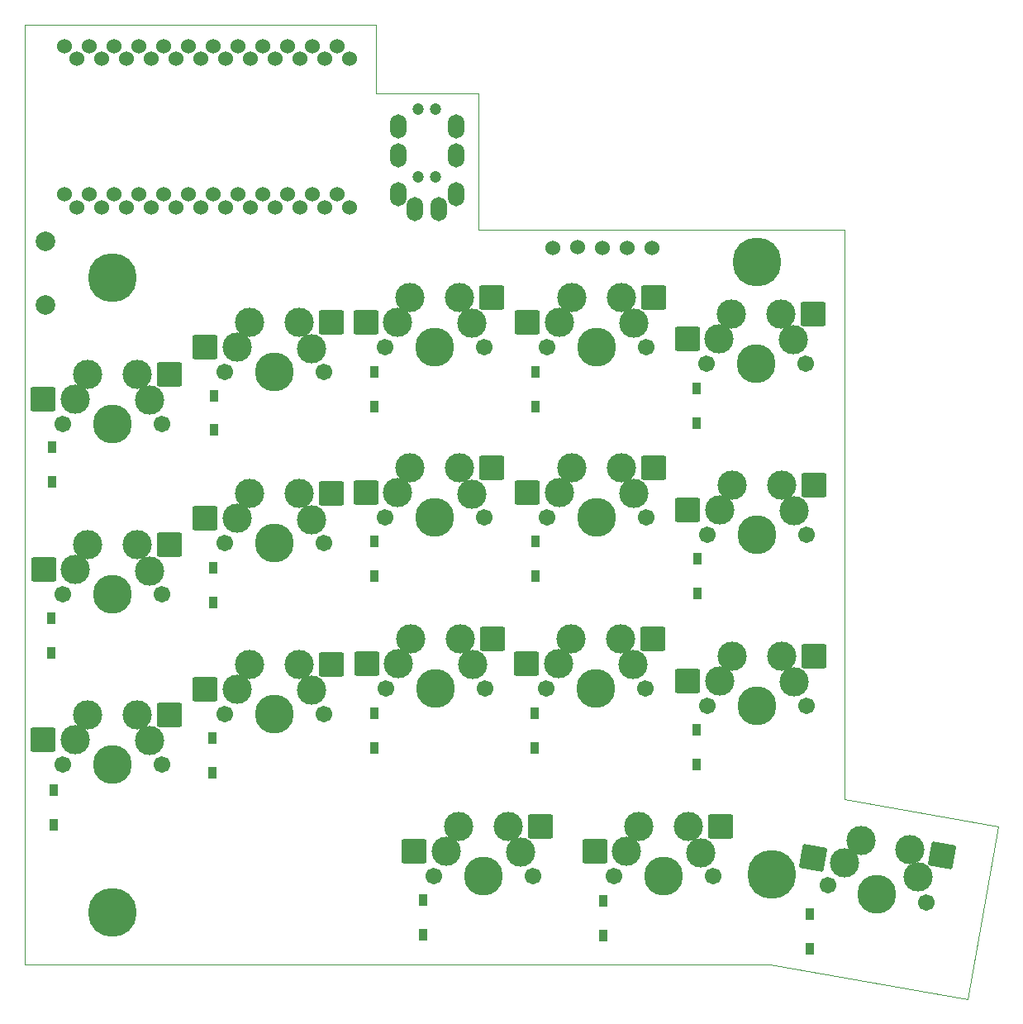
<source format=gbs>
%TF.GenerationSoftware,KiCad,Pcbnew,(6.0.9)*%
%TF.CreationDate,2023-01-03T16:32:55+09:00*%
%TF.ProjectId,split-mini,73706c69-742d-46d6-996e-692e6b696361,rev?*%
%TF.SameCoordinates,Original*%
%TF.FileFunction,Soldermask,Bot*%
%TF.FilePolarity,Negative*%
%FSLAX46Y46*%
G04 Gerber Fmt 4.6, Leading zero omitted, Abs format (unit mm)*
G04 Created by KiCad (PCBNEW (6.0.9)) date 2023-01-03 16:32:55*
%MOMM*%
%LPD*%
G01*
G04 APERTURE LIST*
G04 Aperture macros list*
%AMRoundRect*
0 Rectangle with rounded corners*
0 $1 Rounding radius*
0 $2 $3 $4 $5 $6 $7 $8 $9 X,Y pos of 4 corners*
0 Add a 4 corners polygon primitive as box body*
4,1,4,$2,$3,$4,$5,$6,$7,$8,$9,$2,$3,0*
0 Add four circle primitives for the rounded corners*
1,1,$1+$1,$2,$3*
1,1,$1+$1,$4,$5*
1,1,$1+$1,$6,$7*
1,1,$1+$1,$8,$9*
0 Add four rect primitives between the rounded corners*
20,1,$1+$1,$2,$3,$4,$5,0*
20,1,$1+$1,$4,$5,$6,$7,0*
20,1,$1+$1,$6,$7,$8,$9,0*
20,1,$1+$1,$8,$9,$2,$3,0*%
G04 Aperture macros list end*
%TA.AperFunction,Profile*%
%ADD10C,0.100000*%
%TD*%
%ADD11C,1.524000*%
%ADD12R,0.950000X1.300000*%
%ADD13C,1.701800*%
%ADD14C,3.987800*%
%ADD15C,3.000000*%
%ADD16RoundRect,0.200000X-1.075000X-1.050000X1.075000X-1.050000X1.075000X1.050000X-1.075000X1.050000X0*%
%ADD17C,5.000000*%
%ADD18C,2.000000*%
%ADD19RoundRect,0.200000X-1.240999X-0.847376X0.876338X-1.220720X1.240999X0.847376X-0.876338X1.220720X0*%
%ADD20C,1.200000*%
%ADD21O,1.700000X2.500000*%
G04 APERTURE END LIST*
D10*
X19950000Y-15475000D02*
X19950000Y-111725000D01*
X119667171Y-97563496D02*
X103950000Y-94792135D01*
X66450000Y-22475000D02*
X55950000Y-22475000D01*
X116541504Y-115290036D02*
X119667171Y-97563496D01*
X55950000Y-15475000D02*
X19950000Y-15475000D01*
X55950000Y-15475000D02*
X55950000Y-22475000D01*
X66450000Y-36475000D02*
X103950000Y-36475000D01*
X96323180Y-111725000D02*
X116541504Y-115290036D01*
X103950000Y-94792135D02*
X103950000Y-36475000D01*
X19950000Y-111725000D02*
X96323180Y-111725000D01*
X66450000Y-22475000D02*
X66450000Y-36475000D01*
D11*
%TO.C,H1*%
X84230000Y-38300000D03*
X81690000Y-38300000D03*
X79150000Y-38300000D03*
X76610000Y-38250000D03*
X74070000Y-38300000D03*
%TD*%
D12*
%TO.C,D7*%
X39275000Y-74650000D03*
X39275000Y-71100000D03*
%TD*%
D13*
%TO.C,SW6*%
X23870000Y-73850000D03*
D14*
X28950000Y-73850000D03*
D15*
X32760000Y-71400000D03*
X31490000Y-68770000D03*
X25140000Y-71310000D03*
D13*
X34030000Y-73850000D03*
D15*
X26410000Y-68770000D03*
D16*
X21865000Y-71310000D03*
X34792000Y-68770000D03*
%TD*%
D15*
%TO.C,SW11*%
X25090000Y-88735000D03*
X32710000Y-88825000D03*
D13*
X33980000Y-91275000D03*
D15*
X26360000Y-86195000D03*
X31440000Y-86195000D03*
D14*
X28900000Y-91275000D03*
D13*
X23820000Y-91275000D03*
D16*
X21815000Y-88735000D03*
X34742000Y-86195000D03*
%TD*%
D12*
%TO.C,D6*%
X22675000Y-79850000D03*
X22675000Y-76300000D03*
%TD*%
D13*
%TO.C,SW9*%
X83580000Y-65950000D03*
D15*
X82310000Y-63500000D03*
D14*
X78500000Y-65950000D03*
D15*
X81040000Y-60870000D03*
D13*
X73420000Y-65950000D03*
D15*
X75960000Y-60870000D03*
X74690000Y-63410000D03*
D16*
X71415000Y-63410000D03*
X84342000Y-60870000D03*
%TD*%
D14*
%TO.C,SW3*%
X61965000Y-48530000D03*
D13*
X56885000Y-48530000D03*
X67045000Y-48530000D03*
D15*
X59425000Y-43450000D03*
X64505000Y-43450000D03*
X65775000Y-46080000D03*
X58155000Y-45990000D03*
D16*
X54880000Y-45990000D03*
X67807000Y-43450000D03*
%TD*%
D12*
%TO.C,D9*%
X72300000Y-71925000D03*
X72300000Y-68375000D03*
%TD*%
%TO.C,D16*%
X60750000Y-108725000D03*
X60750000Y-105175000D03*
%TD*%
%TO.C,D11*%
X22900000Y-97425000D03*
X22900000Y-93875000D03*
%TD*%
%TO.C,D14*%
X72225000Y-89550000D03*
X72225000Y-86000000D03*
%TD*%
%TO.C,D17*%
X79225000Y-108800000D03*
X79225000Y-105250000D03*
%TD*%
D13*
%TO.C,SW5*%
X99980000Y-50225000D03*
D15*
X91090000Y-47685000D03*
D13*
X89820000Y-50225000D03*
D14*
X94900000Y-50225000D03*
D15*
X98710000Y-47775000D03*
X92360000Y-45145000D03*
X97440000Y-45145000D03*
D16*
X87815000Y-47685000D03*
X100742000Y-45145000D03*
%TD*%
D17*
%TO.C,HOLE3*%
X94950000Y-39775000D03*
%TD*%
D18*
%TO.C,SW19*%
X22050000Y-44200000D03*
X22050000Y-37700000D03*
%TD*%
D15*
%TO.C,SW15*%
X92410000Y-80170000D03*
X97490000Y-80170000D03*
D13*
X100030000Y-85250000D03*
D15*
X98760000Y-82800000D03*
D14*
X94950000Y-85250000D03*
D13*
X89870000Y-85250000D03*
D15*
X91140000Y-82710000D03*
D16*
X87865000Y-82710000D03*
X100792000Y-80170000D03*
%TD*%
D12*
%TO.C,D13*%
X55750000Y-89525000D03*
X55750000Y-85975000D03*
%TD*%
D15*
%TO.C,SW7*%
X42935000Y-63520000D03*
D13*
X50555000Y-68600000D03*
D14*
X45475000Y-68600000D03*
D15*
X41665000Y-66060000D03*
X48015000Y-63520000D03*
D13*
X40395000Y-68600000D03*
D15*
X49285000Y-66150000D03*
D16*
X38390000Y-66060000D03*
X51317000Y-63520000D03*
%TD*%
D12*
%TO.C,D1*%
X22700000Y-62325000D03*
X22700000Y-58775000D03*
%TD*%
D13*
%TO.C,SW16*%
X61820000Y-102700000D03*
D14*
X66900000Y-102700000D03*
D15*
X63090000Y-100160000D03*
X64360000Y-97620000D03*
D13*
X71980000Y-102700000D03*
D15*
X69440000Y-97620000D03*
X70710000Y-100250000D03*
D16*
X59815000Y-100160000D03*
X72742000Y-97620000D03*
%TD*%
D12*
%TO.C,D18*%
X100350000Y-110100000D03*
X100350000Y-106550000D03*
%TD*%
D17*
%TO.C,HOLE4*%
X28925000Y-106375000D03*
%TD*%
D12*
%TO.C,D4*%
X72300000Y-54575000D03*
X72300000Y-51025000D03*
%TD*%
%TO.C,D10*%
X88900000Y-73700000D03*
X88900000Y-70150000D03*
%TD*%
D15*
%TO.C,SW18*%
X105655721Y-99081110D03*
D14*
X107275000Y-104525000D03*
D13*
X112277823Y-105407133D03*
D15*
X111452556Y-102773821D03*
X110658544Y-99963243D03*
X103963949Y-101361989D03*
D13*
X102272177Y-103642867D03*
D19*
X100738703Y-100793291D03*
X113910380Y-100536629D03*
%TD*%
D20*
%TO.C,J1*%
X62025000Y-24075000D03*
X62025000Y-31075000D03*
X60275000Y-24075000D03*
X60275000Y-31075000D03*
D21*
X62375000Y-34375000D03*
X59925000Y-34375000D03*
X64125000Y-25875000D03*
X58175000Y-25875000D03*
X64125000Y-28875000D03*
X58175000Y-28875000D03*
X64125000Y-32875000D03*
X58175000Y-32875000D03*
%TD*%
D12*
%TO.C,D3*%
X55725000Y-54625000D03*
X55725000Y-51075000D03*
%TD*%
D15*
%TO.C,SW8*%
X64515000Y-60895000D03*
D13*
X67055000Y-65975000D03*
D15*
X59435000Y-60895000D03*
X58165000Y-63435000D03*
X65785000Y-63525000D03*
D13*
X56895000Y-65975000D03*
D14*
X61975000Y-65975000D03*
D16*
X54890000Y-63435000D03*
X67817000Y-60895000D03*
%TD*%
D17*
%TO.C,HOLE2*%
X96450000Y-102475000D03*
%TD*%
D15*
%TO.C,SW17*%
X82885000Y-97645000D03*
X89235000Y-100275000D03*
D14*
X85425000Y-102725000D03*
D15*
X81615000Y-100185000D03*
D13*
X80345000Y-102725000D03*
X90505000Y-102725000D03*
D15*
X87965000Y-97645000D03*
D16*
X78340000Y-100185000D03*
X91267000Y-97645000D03*
%TD*%
D11*
%TO.C,U1*%
X25317000Y-18950000D03*
X24047000Y-32863600D03*
X27857000Y-18950000D03*
X26587000Y-32863600D03*
X29127000Y-32863600D03*
X30397000Y-18950000D03*
X31667000Y-32863600D03*
X32937000Y-18950000D03*
X35477000Y-18950000D03*
X34207000Y-32863600D03*
X36747000Y-32863600D03*
X38017000Y-18950000D03*
X39287000Y-32863600D03*
X40557000Y-18950000D03*
X41827000Y-32863600D03*
X43097000Y-18950000D03*
X44367000Y-32863600D03*
X45637000Y-18950000D03*
X48177000Y-18950000D03*
X46907000Y-32863600D03*
X50717000Y-18950000D03*
X49447000Y-32863600D03*
X53257000Y-18950000D03*
X51987000Y-32863600D03*
X51987000Y-17643600D03*
X53257000Y-34190000D03*
X49447000Y-17643600D03*
X50717000Y-34190000D03*
X48177000Y-34190000D03*
X46907000Y-17643600D03*
X45637000Y-34190000D03*
X44367000Y-17643600D03*
X41827000Y-17643600D03*
X43097000Y-34190000D03*
X40557000Y-34190000D03*
X39287000Y-17643600D03*
X38017000Y-34190000D03*
X36747000Y-17643600D03*
X35477000Y-34190000D03*
X34207000Y-17643600D03*
X32937000Y-34190000D03*
X31667000Y-17643600D03*
X29127000Y-17643600D03*
X30397000Y-34190000D03*
X26587000Y-17643600D03*
X27857000Y-34190000D03*
X24047000Y-17643600D03*
X25317000Y-34190000D03*
%TD*%
D15*
%TO.C,SW10*%
X91140000Y-65185000D03*
D13*
X100030000Y-67725000D03*
D15*
X97490000Y-62645000D03*
D13*
X89870000Y-67725000D03*
D14*
X94950000Y-67725000D03*
D15*
X98760000Y-65275000D03*
X92410000Y-62645000D03*
D16*
X87865000Y-65185000D03*
X100792000Y-62645000D03*
%TD*%
D12*
%TO.C,D15*%
X88750000Y-91275000D03*
X88750000Y-87725000D03*
%TD*%
D15*
%TO.C,SW2*%
X41685000Y-48535000D03*
X48035000Y-45995000D03*
D13*
X50575000Y-51075000D03*
D14*
X45495000Y-51075000D03*
D13*
X40415000Y-51075000D03*
D15*
X42955000Y-45995000D03*
X49305000Y-48625000D03*
D16*
X38410000Y-48535000D03*
X51337000Y-45995000D03*
%TD*%
D14*
%TO.C,SW13*%
X62050000Y-83450000D03*
D15*
X65860000Y-81000000D03*
X58240000Y-80910000D03*
D13*
X67130000Y-83450000D03*
D15*
X59510000Y-78370000D03*
X64590000Y-78370000D03*
D13*
X56970000Y-83450000D03*
D16*
X54965000Y-80910000D03*
X67892000Y-78370000D03*
%TD*%
D17*
%TO.C,HOLE1*%
X28950000Y-41375000D03*
%TD*%
D15*
%TO.C,SW12*%
X48015000Y-80995000D03*
X49285000Y-83625000D03*
D13*
X40395000Y-86075000D03*
X50555000Y-86075000D03*
D14*
X45475000Y-86075000D03*
D15*
X42935000Y-80995000D03*
X41665000Y-83535000D03*
D16*
X38390000Y-83535000D03*
X51317000Y-80995000D03*
%TD*%
D15*
%TO.C,SW14*%
X80990000Y-78395000D03*
D13*
X83530000Y-83475000D03*
D15*
X75910000Y-78395000D03*
D13*
X73370000Y-83475000D03*
D15*
X74640000Y-80935000D03*
D14*
X78450000Y-83475000D03*
D15*
X82260000Y-81025000D03*
D16*
X71365000Y-80935000D03*
X84292000Y-78395000D03*
%TD*%
D15*
%TO.C,SW1*%
X31440000Y-51270000D03*
X32710000Y-53900000D03*
D14*
X28900000Y-56350000D03*
D13*
X23820000Y-56350000D03*
D15*
X26360000Y-51270000D03*
X25090000Y-53810000D03*
D13*
X33980000Y-56350000D03*
D16*
X21815000Y-53810000D03*
X34742000Y-51270000D03*
%TD*%
D12*
%TO.C,D5*%
X88775000Y-56300000D03*
X88775000Y-52750000D03*
%TD*%
%TO.C,D8*%
X55750000Y-71975000D03*
X55750000Y-68425000D03*
%TD*%
D15*
%TO.C,SW4*%
X82335000Y-46070000D03*
X75985000Y-43440000D03*
D13*
X73445000Y-48520000D03*
D15*
X74715000Y-45980000D03*
D14*
X78525000Y-48520000D03*
D15*
X81065000Y-43440000D03*
D13*
X83605000Y-48520000D03*
D16*
X71440000Y-45980000D03*
X84367000Y-43440000D03*
%TD*%
D12*
%TO.C,D2*%
X39300000Y-57000000D03*
X39300000Y-53450000D03*
%TD*%
%TO.C,D12*%
X39200000Y-92125000D03*
X39200000Y-88575000D03*
%TD*%
M02*

</source>
